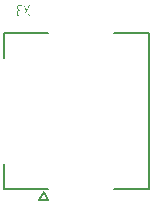
<source format=gbo>
G04*
G04 #@! TF.GenerationSoftware,Altium Limited,Altium Designer,24.0.1 (36)*
G04*
G04 Layer_Color=37055*
%FSLAX44Y44*%
%MOMM*%
G71*
G04*
G04 #@! TF.SameCoordinates,4B7F4912-6191-4439-8966-39C4DA3F543A*
G04*
G04*
G04 #@! TF.FilePolarity,Positive*
G04*
G01*
G75*
%ADD14C,0.1270*%
G36*
X893347Y507950D02*
X893399Y507940D01*
X893484Y507897D01*
X893537Y507845D01*
X893558Y507834D01*
Y507823D01*
X893621Y507728D01*
X893653Y507665D01*
X893664Y507623D01*
Y507612D01*
X893621Y507422D01*
X891223Y502995D01*
X893621Y498567D01*
X893643Y498493D01*
X893653Y498430D01*
X893664Y498388D01*
Y498377D01*
X893643Y498282D01*
X893611Y498198D01*
X893579Y498155D01*
X893558Y498134D01*
X893473Y498081D01*
X893389Y498050D01*
X893326Y498039D01*
X893304D01*
X893230Y498050D01*
X893167Y498071D01*
X893072Y498134D01*
X893019Y498198D01*
X892998Y498219D01*
Y498229D01*
X890821Y502255D01*
X888655Y498229D01*
X888613Y498166D01*
X888560Y498124D01*
X888518Y498081D01*
X888465Y498060D01*
X888423Y498050D01*
X888391Y498039D01*
X888359D01*
X888254Y498050D01*
X888169Y498092D01*
X888116Y498124D01*
X888095Y498134D01*
X888053Y498176D01*
X888032Y498219D01*
X887989Y498303D01*
X887979Y498356D01*
Y498367D01*
Y498377D01*
X887989Y498451D01*
X888000Y498515D01*
X888021Y498557D01*
X888032Y498567D01*
X890420Y503005D01*
X888032Y507422D01*
X888000Y507496D01*
X887989Y507559D01*
X887979Y507602D01*
Y507612D01*
Y507665D01*
X888000Y507718D01*
X888032Y507792D01*
X888074Y507834D01*
X888084Y507855D01*
X888095D01*
X888180Y507919D01*
X888264Y507950D01*
X888328Y507961D01*
X888349D01*
X888423Y507950D01*
X888486Y507929D01*
X888581Y507866D01*
X888634Y507792D01*
X888655Y507771D01*
Y507760D01*
X890821Y503755D01*
X892998Y507760D01*
X893040Y507823D01*
X893093Y507876D01*
X893135Y507908D01*
X893188Y507940D01*
X893230Y507950D01*
X893262Y507961D01*
X893294D01*
X893347Y507950D01*
D02*
G37*
G36*
X886299D02*
X886352Y507940D01*
X886436Y507887D01*
X886478Y507834D01*
X886500Y507823D01*
Y507813D01*
X886552Y507718D01*
X886573Y507654D01*
X886584Y507612D01*
Y507602D01*
X886573Y507507D01*
X886542Y507422D01*
X886510Y507369D01*
X886500Y507359D01*
Y507348D01*
X886415Y507295D01*
X886330Y507263D01*
X886256Y507253D01*
X884819D01*
X884598Y507232D01*
X884407Y507190D01*
X884238Y507116D01*
X884090Y507042D01*
X883964Y506968D01*
X883879Y506894D01*
X883826Y506851D01*
X883805Y506830D01*
X883668Y506672D01*
X883562Y506503D01*
X883488Y506334D01*
X883446Y506175D01*
X883414Y506038D01*
X883404Y505922D01*
X883393Y505879D01*
Y505858D01*
Y505837D01*
Y505826D01*
Y505118D01*
X883414Y504907D01*
X883456Y504706D01*
X883530Y504537D01*
X883604Y504389D01*
X883678Y504263D01*
X883752Y504178D01*
X883795Y504125D01*
X883816Y504104D01*
X883974Y503967D01*
X884143Y503872D01*
X884312Y503798D01*
X884471Y503755D01*
X884608Y503724D01*
X884724Y503713D01*
X884767Y503703D01*
X884819D01*
X884883Y503692D01*
X884936Y503681D01*
X885020Y503629D01*
X885062Y503576D01*
X885084Y503565D01*
Y503555D01*
X885136Y503460D01*
X885158Y503396D01*
X885168Y503354D01*
Y503343D01*
X885158Y503248D01*
X885126Y503164D01*
X885094Y503111D01*
X885084Y503100D01*
Y503090D01*
X884999Y503037D01*
X884915Y503005D01*
X884841Y502995D01*
X884471D01*
X884249Y502974D01*
X884059Y502931D01*
X883890Y502857D01*
X883742Y502783D01*
X883615Y502709D01*
X883530Y502635D01*
X883478Y502593D01*
X883456Y502572D01*
X883319Y502413D01*
X883213Y502244D01*
X883139Y502075D01*
X883097Y501917D01*
X883065Y501780D01*
X883055Y501674D01*
X883044Y501632D01*
Y501600D01*
Y501589D01*
Y501579D01*
Y500163D01*
X883065Y499952D01*
X883108Y499751D01*
X883171Y499582D01*
X883245Y499434D01*
X883330Y499307D01*
X883393Y499222D01*
X883435Y499170D01*
X883456Y499148D01*
X883615Y499011D01*
X883784Y498916D01*
X883953Y498842D01*
X884112Y498800D01*
X884249Y498768D01*
X884365Y498758D01*
X884407Y498747D01*
X886235D01*
X886299Y498736D01*
X886352Y498726D01*
X886436Y498673D01*
X886478Y498620D01*
X886500Y498610D01*
Y498599D01*
X886552Y498504D01*
X886573Y498441D01*
X886584Y498398D01*
Y498388D01*
X886573Y498293D01*
X886542Y498208D01*
X886510Y498155D01*
X886500Y498145D01*
Y498134D01*
X886415Y498081D01*
X886330Y498050D01*
X886256Y498039D01*
X884460D01*
X884302Y498050D01*
X884143Y498071D01*
X883995Y498092D01*
X883858Y498134D01*
X883604Y498229D01*
X883382Y498345D01*
X883287Y498398D01*
X883203Y498462D01*
X883129Y498515D01*
X883065Y498557D01*
X883023Y498599D01*
X882991Y498631D01*
X882970Y498641D01*
X882960Y498652D01*
X882854Y498768D01*
X882748Y498895D01*
X882674Y499022D01*
X882601Y499148D01*
X882537Y499275D01*
X882484Y499402D01*
X882410Y499645D01*
X882389Y499751D01*
X882368Y499846D01*
X882357Y499941D01*
X882347Y500015D01*
X882336Y500078D01*
Y500121D01*
Y500152D01*
Y500163D01*
Y501579D01*
X882347Y501801D01*
X882389Y502001D01*
X882442Y502192D01*
X882505Y502361D01*
X882569Y502498D01*
X882622Y502604D01*
X882643Y502646D01*
X882664Y502678D01*
X882674Y502688D01*
Y502699D01*
X882801Y502878D01*
X882939Y503037D01*
X883076Y503174D01*
X883203Y503280D01*
X883308Y503354D01*
X883393Y503417D01*
X883456Y503449D01*
X883467Y503460D01*
X883478D01*
X883340Y503597D01*
X883213Y503724D01*
X883118Y503851D01*
X883034Y503967D01*
X882970Y504062D01*
X882918Y504136D01*
X882896Y504178D01*
X882886Y504199D01*
X882812Y504347D01*
X882759Y504485D01*
X882748Y504527D01*
X882738Y504569D01*
Y504590D01*
Y504601D01*
X882685Y504738D01*
Y504886D01*
Y505118D01*
Y505826D01*
X882696Y505996D01*
X882717Y506154D01*
X882738Y506302D01*
X882780Y506439D01*
X882886Y506703D01*
X882991Y506915D01*
X883055Y507010D01*
X883108Y507094D01*
X883161Y507168D01*
X883213Y507232D01*
X883256Y507274D01*
X883277Y507306D01*
X883298Y507327D01*
X883308Y507337D01*
X883425Y507443D01*
X883551Y507549D01*
X883678Y507623D01*
X883805Y507697D01*
X883932Y507760D01*
X884059Y507813D01*
X884291Y507887D01*
X884407Y507908D01*
X884502Y507929D01*
X884587Y507940D01*
X884672Y507950D01*
X884735Y507961D01*
X886235D01*
X886299Y507950D01*
D02*
G37*
D14*
X901000Y342300D02*
X909000D01*
X901000D02*
X905000Y349300D01*
X909000Y342300D01*
X871800Y463000D02*
Y483750D01*
X908400D01*
X965000D02*
X994200D01*
Y352250D02*
Y483750D01*
X965000Y352250D02*
X994200D01*
X871800D02*
X908400D01*
X871800D02*
Y373000D01*
M02*

</source>
